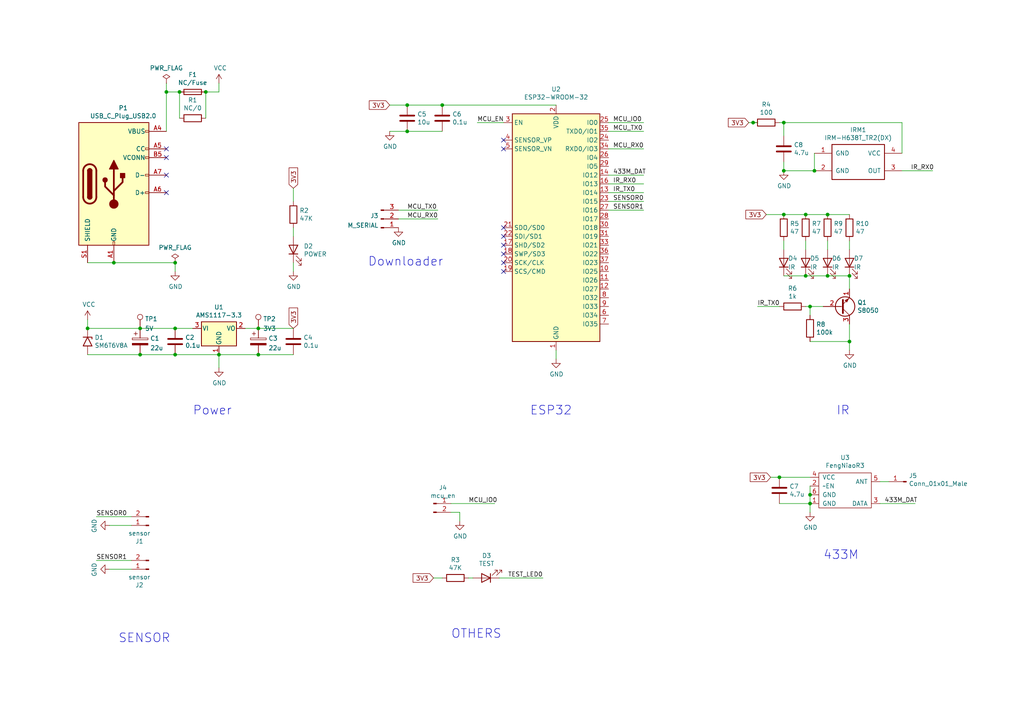
<source format=kicad_sch>
(kicad_sch (version 20210621) (generator eeschema)
  (paper "A4")
  (title_block (title "homeCenter") (date "2021-06-21") (rev "V0.2"))
  (lib_symbols
    (symbol "Connector:Conn_01x01_Male" (pin_names (offset 1.016) hide)
      (property "Reference" "J" (at 0 2.54 0))
      (property "Value" "Conn_01x01_Male" (at 0 -2.54 0))
      (symbol "Conn_01x01_Male_1_1"
        (rectangle (start 0.8636 0.127) (end 0 -0.127) (stroke (width 0.1524)) (fill (type outline)))
        (polyline (pts (xy 1.27 0) (xy 0.8636 0)) (stroke (width 0.1524)))
        (pin passive line (at 5.08 0 180) (length 3.81) (name "Pin_1") (number "1"))
      )
    )
    (symbol "Connector:Conn_01x02_Male" (pin_names (offset 1.016) hide)
      (property "Reference" "J" (at 0 2.54 0))
      (property "Value" "Conn_01x02_Male" (at 0 -5.08 0))
      (symbol "Conn_01x02_Male_1_1"
        (rectangle (start 0.8636 -2.413) (end 0 -2.667) (stroke (width 0.1524)) (fill (type outline)))
        (rectangle (start 0.8636 0.127) (end 0 -0.127) (stroke (width 0.1524)) (fill (type outline)))
        (polyline (pts (xy 1.27 -2.54) (xy 0.8636 -2.54)) (stroke (width 0.1524)))
        (polyline (pts (xy 1.27 0) (xy 0.8636 0)) (stroke (width 0.1524)))
        (pin passive line (at 5.08 0 180) (length 3.81) (name "Pin_1") (number "1"))
        (pin passive line (at 5.08 -2.54 180) (length 3.81) (name "Pin_2") (number "2"))
      )
    )
    (symbol "Connector:Conn_01x03_Male" (pin_names (offset 1.016) hide)
      (property "Reference" "J" (at 0 5.08 0))
      (property "Value" "Conn_01x03_Male" (at 0 -5.08 0))
      (symbol "Conn_01x03_Male_1_1"
        (rectangle (start 0.8636 -2.413) (end 0 -2.667) (stroke (width 0.1524)) (fill (type outline)))
        (rectangle (start 0.8636 0.127) (end 0 -0.127) (stroke (width 0.1524)) (fill (type outline)))
        (rectangle (start 0.8636 2.667) (end 0 2.413) (stroke (width 0.1524)) (fill (type outline)))
        (polyline (pts (xy 1.27 -2.54) (xy 0.8636 -2.54)) (stroke (width 0.1524)))
        (polyline (pts (xy 1.27 0) (xy 0.8636 0)) (stroke (width 0.1524)))
        (polyline (pts (xy 1.27 2.54) (xy 0.8636 2.54)) (stroke (width 0.1524)))
        (pin passive line (at 5.08 2.54 180) (length 3.81) (name "Pin_1") (number "1"))
        (pin passive line (at 5.08 0 180) (length 3.81) (name "Pin_2") (number "2"))
        (pin passive line (at 5.08 -2.54 180) (length 3.81) (name "Pin_3") (number "3"))
      )
    )
    (symbol "Connector:TestPoint" (pin_numbers hide) (pin_names (offset 0.762) hide)
      (property "Reference" "TP" (at 0 6.858 0))
      (property "Value" "TestPoint" (at 0 5.08 0))
      (symbol "TestPoint_0_1"
        (circle (center 0 3.302) (radius 0.762))
      )
      (symbol "TestPoint_1_1"
        (pin passive line (at 0 0 90) (length 2.54) (name "1") (number "1"))
      )
    )
    (symbol "Connector:USB_C_Plug_USB2.0" (pin_names (offset 1.016))
      (property "Reference" "P" (at -10.16 19.05 0))
      (property "Value" "USB_C_Plug_USB2.0" (at 12.7 19.05 0))
      (symbol "USB_C_Plug_USB2.0_0_0"
        (rectangle (start -0.254 -17.78) (end 0.254 -16.764))
        (rectangle (start 10.16 -2.286) (end 9.144 -2.794))
        (rectangle (start 10.16 2.794) (end 9.144 2.286))
        (rectangle (start 10.16 7.874) (end 9.144 7.366))
        (rectangle (start 10.16 10.414) (end 9.144 9.906))
        (rectangle (start 10.16 15.494) (end 9.144 14.986))
      )
      (symbol "USB_C_Plug_USB2.0_0_1"
        (arc (start -8.89 -3.81) (end -5.08 -3.81) (radius (at -6.985 -3.81) (length 1.905) (angles -179.9 -0.1)) (stroke (width 0.508)))
        (arc (start -7.62 -3.81) (end -6.35 -3.81) (radius (at -6.985 -3.81) (length 0.635) (angles -179.9 -0.1)) (stroke (width 0.254)))
        (arc (start -6.35 3.81) (end -7.62 3.81) (radius (at -6.985 3.81) (length 0.635) (angles 0.1 179.9)) (stroke (width 0.254)))
        (arc (start -5.08 3.81) (end -8.89 3.81) (radius (at -6.985 3.81) (length 1.905) (angles 0.1 179.9)) (stroke (width 0.508)))
        (arc (start -7.62 -3.81) (end -6.35 -3.81) (radius (at -6.985 -3.81) (length 0.635) (angles -179.9 -0.1)) (stroke (width 0.254)) (fill (type outline)))
        (arc (start -6.35 3.81) (end -7.62 3.81) (radius (at -6.985 3.81) (length 0.635) (angles 0.1 179.9)) (stroke (width 0.254)) (fill (type outline)))
        (circle (center -2.54 1.143) (radius 0.635) (stroke (width 0.254)) (fill (type outline)))
        (circle (center 0 -5.842) (radius 1.27) (fill (type outline)))
        (rectangle (start -7.62 -3.81) (end -6.35 3.81) (stroke (width 0.254)) (fill (type outline)))
        (rectangle (start 1.905 1.778) (end 3.175 3.048) (stroke (width 0.254)) (fill (type outline)))
        (rectangle (start -10.16 17.78) (end 10.16 -17.78) (stroke (width 0.254)) (fill (type background)))
        (polyline (pts (xy -8.89 -3.81) (xy -8.89 3.81)) (stroke (width 0.508)))
        (polyline (pts (xy -5.08 3.81) (xy -5.08 -3.81)) (stroke (width 0.508)))
        (polyline (pts (xy 0 -5.842) (xy 0 4.318)) (stroke (width 0.508)))
        (polyline (pts (xy 0 -3.302) (xy -2.54 -0.762) (xy -2.54 0.508)) (stroke (width 0.508)))
        (polyline (pts (xy 0 -2.032) (xy 2.54 0.508) (xy 2.54 1.778)) (stroke (width 0.508)))
        (polyline (pts (xy -1.27 4.318) (xy 0 6.858) (xy 1.27 4.318) (xy -1.27 4.318)) (stroke (width 0.254)) (fill (type outline)))
      )
      (symbol "USB_C_Plug_USB2.0_1_1"
        (pin passive line (at 0 -22.86 90) (length 5.08) (name "GND") (number "A1"))
        (pin passive line (at 0 -22.86 90) (length 5.08) hide (name "GND") (number "A12"))
        (pin passive line (at 15.24 15.24 180) (length 5.08) (name "VBUS") (number "A4"))
        (pin bidirectional line (at 15.24 10.16 180) (length 5.08) (name "CC") (number "A5"))
        (pin bidirectional line (at 15.24 -2.54 180) (length 5.08) (name "D+") (number "A6"))
        (pin bidirectional line (at 15.24 2.54 180) (length 5.08) (name "D-") (number "A7"))
        (pin passive line (at 15.24 15.24 180) (length 5.08) hide (name "VBUS") (number "A9"))
        (pin passive line (at 0 -22.86 90) (length 5.08) hide (name "GND") (number "B1"))
        (pin passive line (at 0 -22.86 90) (length 5.08) hide (name "GND") (number "B12"))
        (pin passive line (at 15.24 15.24 180) (length 5.08) hide (name "VBUS") (number "B4"))
        (pin bidirectional line (at 15.24 7.62 180) (length 5.08) (name "VCONN") (number "B5"))
        (pin passive line (at 15.24 15.24 180) (length 5.08) hide (name "VBUS") (number "B9"))
        (pin passive line (at -7.62 -22.86 90) (length 5.08) (name "SHIELD") (number "S1"))
      )
    )
    (symbol "Device:C" (pin_numbers hide) (pin_names (offset 0.254))
      (property "Reference" "C" (at 0.635 2.54 0))
      (property "Value" "C" (at 0.635 -2.54 0))
      (symbol "C_0_1"
        (polyline (pts (xy -2.032 -0.762) (xy 2.032 -0.762)) (stroke (width 0.508)))
        (polyline (pts (xy -2.032 0.762) (xy 2.032 0.762)) (stroke (width 0.508)))
      )
      (symbol "C_1_1"
        (pin passive line (at 0 3.81 270) (length 2.794) (name "~") (number "1"))
        (pin passive line (at 0 -3.81 90) (length 2.794) (name "~") (number "2"))
      )
    )
    (symbol "Device:C_Polarized" (pin_numbers hide) (pin_names (offset 0.254))
      (property "Reference" "C" (at 0.635 2.54 0))
      (property "Value" "C_Polarized" (at 0.635 -2.54 0))
      (symbol "C_Polarized_0_1"
        (rectangle (start -2.286 0.508) (end 2.286 1.016))
        (rectangle (start 2.286 -0.508) (end -2.286 -1.016) (fill (type outline)))
        (polyline (pts (xy -1.778 2.286) (xy -0.762 2.286)))
        (polyline (pts (xy -1.27 2.794) (xy -1.27 1.778)))
      )
      (symbol "C_Polarized_1_1"
        (pin passive line (at 0 3.81 270) (length 2.794) (name "~") (number "1"))
        (pin passive line (at 0 -3.81 90) (length 2.794) (name "~") (number "2"))
      )
    )
    (symbol "Device:Fuse" (pin_numbers hide) (pin_names (offset 0))
      (property "Reference" "F" (at 2.032 0 90))
      (property "Value" "Fuse" (at -1.905 0 90))
      (symbol "Fuse_0_1"
        (rectangle (start -0.762 -2.54) (end 0.762 2.54) (stroke (width 0.254)))
        (polyline (pts (xy 0 2.54) (xy 0 -2.54)))
      )
      (symbol "Fuse_1_1"
        (pin passive line (at 0 3.81 270) (length 1.27) (name "~") (number "1"))
        (pin passive line (at 0 -3.81 90) (length 1.27) (name "~") (number "2"))
      )
    )
    (symbol "Device:LED" (pin_numbers hide) (pin_names (offset 1.016) hide)
      (property "Reference" "D" (at 0 2.54 0))
      (property "Value" "LED" (at 0 -2.54 0))
      (symbol "LED_0_1"
        (polyline (pts (xy -1.27 -1.27) (xy -1.27 1.27)) (stroke (width 0.254)))
        (polyline (pts (xy -1.27 0) (xy 1.27 0)))
        (polyline (pts (xy 1.27 -1.27) (xy 1.27 1.27) (xy -1.27 0) (xy 1.27 -1.27)) (stroke (width 0.254)))
        (polyline (pts (xy -3.048 -0.762) (xy -4.572 -2.286) (xy -3.81 -2.286) (xy -4.572 -2.286) (xy -4.572 -1.524)))
        (polyline (pts (xy -1.778 -0.762) (xy -3.302 -2.286) (xy -2.54 -2.286) (xy -3.302 -2.286) (xy -3.302 -1.524)))
      )
      (symbol "LED_1_1"
        (pin passive line (at -3.81 0 0) (length 2.54) (name "K") (number "1"))
        (pin passive line (at 3.81 0 180) (length 2.54) (name "A") (number "2"))
      )
    )
    (symbol "Device:R" (pin_numbers hide) (pin_names (offset 0))
      (property "Reference" "R" (at 2.032 0 90))
      (property "Value" "R" (at 0 0 90))
      (symbol "R_0_1"
        (rectangle (start -1.016 -2.54) (end 1.016 2.54) (stroke (width 0.254)))
      )
      (symbol "R_1_1"
        (pin passive line (at 0 3.81 270) (length 1.27) (name "~") (number "1"))
        (pin passive line (at 0 -3.81 90) (length 1.27) (name "~") (number "2"))
      )
    )
    (symbol "Diode:SM6T6V8A" (pin_numbers hide) (pin_names (offset 1.016) hide)
      (property "Reference" "D" (at 0 2.54 0))
      (property "Value" "SM6T6V8A" (at 0 -2.54 0))
      (symbol "SM6T6V8A_0_1"
        (polyline (pts (xy -0.762 1.27) (xy -1.27 1.27) (xy -1.27 -1.27)) (stroke (width 0.254)))
        (polyline (pts (xy 1.27 1.27) (xy 1.27 -1.27) (xy -1.27 0) (xy 1.27 1.27)) (stroke (width 0.254)))
      )
      (symbol "SM6T6V8A_1_1"
        (pin passive line (at -3.81 0 0) (length 2.54) (name "A1") (number "1"))
        (pin passive line (at 3.81 0 180) (length 2.54) (name "A2") (number "2"))
      )
    )
    (symbol "LED:IR26-21C_L110_TR8" (pin_numbers hide) (pin_names (offset 1.016) hide)
      (property "Reference" "D" (at 0 2.54 0))
      (property "Value" "IR26-21C_L110_TR8" (at 0 -3.81 0))
      (symbol "IR26-21C_L110_TR8_0_1"
        (polyline (pts (xy -1.27 -1.27) (xy -1.27 1.27)) (stroke (width 0.254)))
        (polyline (pts (xy -1.27 0) (xy 1.27 0)))
        (polyline (pts (xy 1.27 -1.27) (xy 1.27 1.27) (xy -1.27 0) (xy 1.27 -1.27)) (stroke (width 0.254)))
        (polyline (pts (xy -3.048 -0.762) (xy -4.572 -2.286) (xy -3.81 -2.286) (xy -4.572 -2.286) (xy -4.572 -1.524)))
        (polyline (pts (xy -1.778 -0.762) (xy -3.302 -2.286) (xy -2.54 -2.286) (xy -3.302 -2.286) (xy -3.302 -1.524)))
      )
      (symbol "IR26-21C_L110_TR8_1_1"
        (pin passive line (at -3.81 0 0) (length 2.54) (name "K") (number "1"))
        (pin passive line (at 3.81 0 180) (length 2.54) (name "A") (number "2"))
      )
    )
    (symbol "RF_Module:ESP32-WROOM-32"
      (property "Reference" "U" (at -12.7 34.29 0))
      (property "Value" "ESP32-WROOM-32" (at 1.27 34.29 0))
      (symbol "ESP32-WROOM-32_0_1"
        (rectangle (start -12.7 33.02) (end 12.7 -33.02) (stroke (width 0.254)) (fill (type background)))
      )
      (symbol "ESP32-WROOM-32_1_1"
        (pin power_in line (at 0 -35.56 90) (length 2.54) (name "GND") (number "1"))
        (pin bidirectional line (at 15.24 -12.7 180) (length 2.54) (name "IO25") (number "10"))
        (pin bidirectional line (at 15.24 -15.24 180) (length 2.54) (name "IO26") (number "11"))
        (pin bidirectional line (at 15.24 -17.78 180) (length 2.54) (name "IO27") (number "12"))
        (pin bidirectional line (at 15.24 10.16 180) (length 2.54) (name "IO14") (number "13"))
        (pin bidirectional line (at 15.24 15.24 180) (length 2.54) (name "IO12") (number "14"))
        (pin passive line (at 0 -35.56 90) (length 2.54) hide (name "GND") (number "15"))
        (pin bidirectional line (at 15.24 12.7 180) (length 2.54) (name "IO13") (number "16"))
        (pin bidirectional line (at -15.24 -5.08 0) (length 2.54) (name "SHD/SD2") (number "17"))
        (pin bidirectional line (at -15.24 -7.62 0) (length 2.54) (name "SWP/SD3") (number "18"))
        (pin bidirectional line (at -15.24 -12.7 0) (length 2.54) (name "SCS/CMD") (number "19"))
        (pin power_in line (at 0 35.56 270) (length 2.54) (name "VDD") (number "2"))
        (pin bidirectional line (at -15.24 -10.16 0) (length 2.54) (name "SCK/CLK") (number "20"))
        (pin bidirectional line (at -15.24 0 0) (length 2.54) (name "SDO/SD0") (number "21"))
        (pin bidirectional line (at -15.24 -2.54 0) (length 2.54) (name "SDI/SD1") (number "22"))
        (pin bidirectional line (at 15.24 7.62 180) (length 2.54) (name "IO15") (number "23"))
        (pin bidirectional line (at 15.24 25.4 180) (length 2.54) (name "IO2") (number "24"))
        (pin bidirectional line (at 15.24 30.48 180) (length 2.54) (name "IO0") (number "25"))
        (pin bidirectional line (at 15.24 20.32 180) (length 2.54) (name "IO4") (number "26"))
        (pin bidirectional line (at 15.24 5.08 180) (length 2.54) (name "IO16") (number "27"))
        (pin bidirectional line (at 15.24 2.54 180) (length 2.54) (name "IO17") (number "28"))
        (pin bidirectional line (at 15.24 17.78 180) (length 2.54) (name "IO5") (number "29"))
        (pin input line (at -15.24 30.48 0) (length 2.54) (name "EN") (number "3"))
        (pin bidirectional line (at 15.24 0 180) (length 2.54) (name "IO18") (number "30"))
        (pin bidirectional line (at 15.24 -2.54 180) (length 2.54) (name "IO19") (number "31"))
        (pin no_connect line (at -12.7 -27.94 0) (length 2.54) hide (name "NC") (number "32"))
        (pin bidirectional line (at 15.24 -5.08 180) (length 2.54) (name "IO21") (number "33"))
        (pin bidirectional line (at 15.24 22.86 180) (length 2.54) (name "RXD0/IO3") (number "34"))
        (pin bidirectional line (at 15.24 27.94 180) (length 2.54) (name "TXD0/IO1") (number "35"))
        (pin bidirectional line (at 15.24 -7.62 180) (length 2.54) (name "IO22") (number "36"))
        (pin bidirectional line (at 15.24 -10.16 180) (length 2.54) (name "IO23") (number "37"))
        (pin passive line (at 0 -35.56 90) (length 2.54) hide (name "GND") (number "38"))
        (pin passive line (at 0 -35.56 90) (length 2.54) hide (name "GND") (number "39"))
        (pin input line (at -15.24 25.4 0) (length 2.54) (name "SENSOR_VP") (number "4"))
        (pin input line (at -15.24 22.86 0) (length 2.54) (name "SENSOR_VN") (number "5"))
        (pin input line (at 15.24 -25.4 180) (length 2.54) (name "IO34") (number "6"))
        (pin input line (at 15.24 -27.94 180) (length 2.54) (name "IO35") (number "7"))
        (pin bidirectional line (at 15.24 -20.32 180) (length 2.54) (name "IO32") (number "8"))
        (pin bidirectional line (at 15.24 -22.86 180) (length 2.54) (name "IO33") (number "9"))
      )
    )
    (symbol "Regulator_Linear:AMS1117-3.3" (pin_names (offset 0.254))
      (property "Reference" "U" (at -3.81 3.175 0))
      (property "Value" "AMS1117-3.3" (at 0 3.175 0))
      (symbol "AMS1117-3.3_0_1"
        (rectangle (start -5.08 -5.08) (end 5.08 1.905) (stroke (width 0.254)) (fill (type background)))
      )
      (symbol "AMS1117-3.3_1_1"
        (pin power_in line (at 0 -7.62 90) (length 2.54) (name "GND") (number "1"))
        (pin power_out line (at 7.62 0 180) (length 2.54) (name "VO") (number "2"))
        (pin power_in line (at -7.62 0 0) (length 2.54) (name "VI") (number "3"))
      )
    )
    (symbol "Transistor_BJT:S8050" (pin_names (offset 0) hide)
      (property "Reference" "Q" (at 5.08 1.905 0))
      (property "Value" "S8050" (at 5.08 0 0))
      (symbol "S8050_0_1"
        (circle (center 1.27 0) (radius 2.8194) (stroke (width 0.254)))
        (polyline (pts (xy 0 0) (xy 0.635 0)))
        (polyline (pts (xy 0.635 0.635) (xy 2.54 2.54)))
        (polyline (pts (xy 0.635 -0.635) (xy 2.54 -2.54) (xy 2.54 -2.54)))
        (polyline (pts (xy 0.635 1.905) (xy 0.635 -1.905) (xy 0.635 -1.905)) (stroke (width 0.508)))
        (polyline (pts (xy 1.27 -1.778) (xy 1.778 -1.27) (xy 2.286 -2.286) (xy 1.27 -1.778) (xy 1.27 -1.778)) (fill (type outline)))
      )
      (symbol "S8050_1_1"
        (pin passive line (at 2.54 -5.08 90) (length 2.54) (name "E") (number "1"))
        (pin input line (at -5.08 0 0) (length 5.08) (name "B") (number "2"))
        (pin passive line (at 2.54 5.08 270) (length 2.54) (name "C") (number "3"))
      )
    )
    (symbol "homeCenter-rescue:IRM-H638T_TR2(DX)-kay" (pin_names (offset 1.016))
      (property "Reference" "IRM" (at 0 0 0))
      (property "Value" "IRM-H638T_TR2(DX)-kay" (at 0 -6.35 0))
      (symbol "IRM-H638T_TR2(DX)-kay_0_0"
        (rectangle (start -7.62 5.08) (end 7.62 -5.08) (stroke (width 0.254)))
      )
      (symbol "IRM-H638T_TR2(DX)-kay_1_0"
        (pin power_in line (at -12.7 2.54 0) (length 5.08) (name "GND") (number "1"))
        (pin power_in line (at -12.7 -2.54 0) (length 5.08) (name "GND") (number "2"))
        (pin output line (at 12.7 -2.54 180) (length 5.08) (name "OUT") (number "3"))
        (pin power_out line (at 12.7 2.54 180) (length 5.08) (name "VCC") (number "4"))
      )
    )
    (symbol "kay:FengNiaoR3" (pin_names (offset 1.016))
      (property "Reference" "U" (at 0 5.08 0))
      (property "Value" "FengNiaoR3" (at 0 -7.62 0))
      (symbol "FengNiaoR3_0_1"
        (rectangle (start -7.62 3.81) (end 7.62 -6.35))
      )
      (symbol "FengNiaoR3_1_1"
        (pin power_in line (at -10.16 -5.08 0) (length 2.54) (name "GND") (number "1"))
        (pin input line (at -10.16 0 0) (length 2.54) (name "~EN") (number "2"))
        (pin output line (at 10.16 -5.08 180) (length 2.54) (name "DATA") (number "3"))
        (pin power_in line (at -10.16 2.54 0) (length 2.54) (name "VCC") (number "4"))
        (pin output line (at 10.16 1.27 180) (length 2.54) (name "ANT") (number "5"))
        (pin power_in line (at -10.16 -2.54 0) (length 2.54) (name "GND") (number "6"))
      )
    )
    (symbol "power:GND" (power) (pin_names (offset 0))
      (property "Value" "GND" (at 0 -3.81 0))
      (symbol "GND_0_1"
        (polyline (pts (xy 0 0) (xy 0 -1.27) (xy 1.27 -1.27) (xy 0 -2.54) (xy -1.27 -1.27) (xy 0 -1.27)))
      )
      (symbol "GND_1_1"
        (pin power_in line (at 0 0 270) (length 0) hide (name "GND") (number "1"))
      )
    )
    (symbol "power:PWR_FLAG" (power) (pin_numbers hide) (pin_names (offset 0) hide)
      (property "Value" "PWR_FLAG" (at 0 3.81 0))
      (symbol "PWR_FLAG_0_0"
        (pin power_out line (at 0 0 90) (length 0) (name "pwr") (number "1"))
      )
      (symbol "PWR_FLAG_0_1"
        (polyline (pts (xy 0 0) (xy 0 1.27) (xy -1.016 1.905) (xy 0 2.54) (xy 1.016 1.905) (xy 0 1.27)))
      )
    )
    (symbol "power:VCC" (power) (pin_names (offset 0))
      (property "Value" "VCC" (at 0 3.81 0))
      (symbol "VCC_0_1"
        (polyline (pts (xy -0.762 1.27) (xy 0 2.54)))
        (polyline (pts (xy 0 0) (xy 0 2.54)))
        (polyline (pts (xy 0 2.54) (xy 0.762 1.27)))
      )
      (symbol "VCC_1_1"
        (pin power_in line (at 0 0 90) (length 0) hide (name "VCC") (number "1"))
      )
    )
  )
  (junction (at 25.4 95.25) (diameter 0.9144))
  (junction (at 33.02 76.2) (diameter 0.9144))
  (junction (at 40.64 95.25) (diameter 0.9144))
  (junction (at 40.64 102.87) (diameter 0.9144))
  (junction (at 48.26 26.67) (diameter 0.9144))
  (junction (at 50.8 76.2) (diameter 0.9144))
  (junction (at 50.8 95.25) (diameter 0.9144))
  (junction (at 50.8 102.87) (diameter 0.9144))
  (junction (at 52.07 26.67) (diameter 0.9144))
  (junction (at 59.69 26.67) (diameter 0.9144))
  (junction (at 63.5 102.87) (diameter 0.9144))
  (junction (at 74.93 95.25) (diameter 0.9144))
  (junction (at 74.93 102.87) (diameter 0.9144))
  (junction (at 118.11 30.48) (diameter 0.9144))
  (junction (at 118.11 38.1) (diameter 0.9144))
  (junction (at 128.27 30.48) (diameter 0.9144))
  (junction (at 218.44 35.56) (diameter 0.9144))
  (junction (at 226.06 138.43) (diameter 0.9144))
  (junction (at 227.33 35.56) (diameter 0.9144))
  (junction (at 227.33 49.53) (diameter 0.9144))
  (junction (at 227.33 62.23) (diameter 0.9144))
  (junction (at 233.68 62.23) (diameter 0.9144))
  (junction (at 233.68 80.01) (diameter 0.9144))
  (junction (at 234.95 88.9) (diameter 0.9144))
  (junction (at 234.95 143.51) (diameter 0.9144))
  (junction (at 234.95 146.05) (diameter 0.9144))
  (junction (at 236.22 49.53) (diameter 0.9144))
  (junction (at 240.03 62.23) (diameter 0.9144))
  (junction (at 240.03 80.01) (diameter 0.9144))
  (junction (at 246.38 80.01) (diameter 0.9144))
  (junction (at 246.38 99.06) (diameter 0.9144))
  (no_connect (at 48.26 43.18))
  (no_connect (at 48.26 45.72))
  (no_connect (at 48.26 50.8))
  (no_connect (at 48.26 55.88))
  (no_connect (at 146.05 40.64))
  (no_connect (at 146.05 43.18))
  (no_connect (at 146.05 66.04))
  (no_connect (at 146.05 68.58))
  (no_connect (at 146.05 71.12))
  (no_connect (at 146.05 73.66))
  (no_connect (at 146.05 76.2))
  (no_connect (at 146.05 78.74))
  (wire (pts (xy 25.4 76.2) (xy 33.02 76.2)))
  (wire (pts (xy 25.4 92.71) (xy 25.4 95.25)))
  (wire (pts (xy 25.4 95.25) (xy 40.64 95.25)))
  (wire (pts (xy 25.4 102.87) (xy 40.64 102.87)))
  (wire (pts (xy 31.75 152.4) (xy 38.1 152.4)))
  (wire (pts (xy 31.75 165.1) (xy 38.1 165.1)))
  (wire (pts (xy 33.02 76.2) (xy 50.8 76.2)))
  (wire (pts (xy 38.1 149.86) (xy 27.94 149.86)))
  (wire (pts (xy 38.1 162.56) (xy 27.94 162.56)))
  (wire (pts (xy 40.64 95.25) (xy 50.8 95.25)))
  (wire (pts (xy 40.64 102.87) (xy 50.8 102.87)))
  (wire (pts (xy 48.26 24.13) (xy 48.26 26.67)))
  (wire (pts (xy 48.26 26.67) (xy 48.26 38.1)))
  (wire (pts (xy 48.26 26.67) (xy 52.07 26.67)))
  (wire (pts (xy 50.8 76.2) (xy 50.8 78.74)))
  (wire (pts (xy 50.8 95.25) (xy 55.88 95.25)))
  (wire (pts (xy 50.8 102.87) (xy 63.5 102.87)))
  (wire (pts (xy 52.07 26.67) (xy 52.07 34.29)))
  (wire (pts (xy 59.69 26.67) (xy 63.5 26.67)))
  (wire (pts (xy 59.69 34.29) (xy 59.69 26.67)))
  (wire (pts (xy 63.5 24.13) (xy 63.5 26.67)))
  (wire (pts (xy 63.5 102.87) (xy 63.5 106.68)))
  (wire (pts (xy 63.5 102.87) (xy 74.93 102.87)))
  (wire (pts (xy 71.12 95.25) (xy 74.93 95.25)))
  (wire (pts (xy 74.93 95.25) (xy 85.09 95.25)))
  (wire (pts (xy 74.93 102.87) (xy 85.09 102.87)))
  (wire (pts (xy 85.09 54.61) (xy 85.09 58.42)))
  (wire (pts (xy 85.09 66.04) (xy 85.09 68.58)))
  (wire (pts (xy 85.09 76.2) (xy 85.09 78.74)))
  (wire (pts (xy 113.03 30.48) (xy 118.11 30.48)))
  (wire (pts (xy 113.03 38.1) (xy 118.11 38.1)))
  (wire (pts (xy 115.57 60.96) (xy 127 60.96)))
  (wire (pts (xy 115.57 63.5) (xy 127 63.5)))
  (wire (pts (xy 118.11 30.48) (xy 128.27 30.48)))
  (wire (pts (xy 118.11 38.1) (xy 128.27 38.1)))
  (wire (pts (xy 125.73 167.64) (xy 128.27 167.64)))
  (wire (pts (xy 128.27 30.48) (xy 161.29 30.48)))
  (wire (pts (xy 130.81 146.05) (xy 143.51 146.05)))
  (wire (pts (xy 130.81 148.59) (xy 133.35 148.59)))
  (wire (pts (xy 133.35 148.59) (xy 133.35 151.13)))
  (wire (pts (xy 135.89 167.64) (xy 137.16 167.64)))
  (wire (pts (xy 144.78 167.64) (xy 157.48 167.64)))
  (wire (pts (xy 146.05 35.56) (xy 138.43 35.56)))
  (wire (pts (xy 161.29 101.6) (xy 161.29 104.14)))
  (wire (pts (xy 176.53 35.56) (xy 186.69 35.56)))
  (wire (pts (xy 176.53 38.1) (xy 186.69 38.1)))
  (wire (pts (xy 176.53 43.18) (xy 186.69 43.18)))
  (wire (pts (xy 176.53 50.8) (xy 186.69 50.8)))
  (wire (pts (xy 176.53 53.34) (xy 186.69 53.34)))
  (wire (pts (xy 176.53 55.88) (xy 186.69 55.88)))
  (wire (pts (xy 176.53 58.42) (xy 186.69 58.42)))
  (wire (pts (xy 176.53 60.96) (xy 186.69 60.96)))
  (wire (pts (xy 217.17 35.56) (xy 218.44 35.56)))
  (wire (pts (xy 218.44 35.56) (xy 219.71 35.56)))
  (wire (pts (xy 222.25 62.23) (xy 227.33 62.23)))
  (wire (pts (xy 223.52 138.43) (xy 226.06 138.43)))
  (wire (pts (xy 226.06 35.56) (xy 227.33 35.56)))
  (wire (pts (xy 226.06 88.9) (xy 219.71 88.9)))
  (wire (pts (xy 226.06 138.43) (xy 234.95 138.43)))
  (wire (pts (xy 226.06 146.05) (xy 234.95 146.05)))
  (wire (pts (xy 227.33 35.56) (xy 227.33 39.37)))
  (wire (pts (xy 227.33 35.56) (xy 261.62 35.56)))
  (wire (pts (xy 227.33 46.99) (xy 227.33 49.53)))
  (wire (pts (xy 227.33 62.23) (xy 233.68 62.23)))
  (wire (pts (xy 227.33 69.85) (xy 227.33 72.39)))
  (wire (pts (xy 227.33 80.01) (xy 233.68 80.01)))
  (wire (pts (xy 233.68 62.23) (xy 240.03 62.23)))
  (wire (pts (xy 233.68 69.85) (xy 233.68 72.39)))
  (wire (pts (xy 233.68 80.01) (xy 240.03 80.01)))
  (wire (pts (xy 233.68 88.9) (xy 234.95 88.9)))
  (wire (pts (xy 234.95 88.9) (xy 234.95 91.44)))
  (wire (pts (xy 234.95 88.9) (xy 238.76 88.9)))
  (wire (pts (xy 234.95 99.06) (xy 246.38 99.06)))
  (wire (pts (xy 234.95 140.97) (xy 234.95 143.51)))
  (wire (pts (xy 234.95 143.51) (xy 234.95 146.05)))
  (wire (pts (xy 234.95 146.05) (xy 234.95 148.59)))
  (wire (pts (xy 236.22 44.45) (xy 236.22 49.53)))
  (wire (pts (xy 236.22 49.53) (xy 227.33 49.53)))
  (wire (pts (xy 240.03 62.23) (xy 246.38 62.23)))
  (wire (pts (xy 240.03 69.85) (xy 240.03 72.39)))
  (wire (pts (xy 240.03 80.01) (xy 246.38 80.01)))
  (wire (pts (xy 246.38 69.85) (xy 246.38 72.39)))
  (wire (pts (xy 246.38 80.01) (xy 246.38 83.82)))
  (wire (pts (xy 246.38 93.98) (xy 246.38 99.06)))
  (wire (pts (xy 246.38 99.06) (xy 246.38 101.6)))
  (wire (pts (xy 255.27 139.7) (xy 257.81 139.7)))
  (wire (pts (xy 255.27 146.05) (xy 265.43 146.05)))
  (wire (pts (xy 261.62 35.56) (xy 261.62 44.45)))
  (wire (pts (xy 261.62 49.53) (xy 270.51 49.53)))
  (text "SENSOR" (at 34.29 186.69 0) (effects (font (size 2.54 2.54)) (justify left bottom)))
  (text "Power" (at 55.88 120.65 0) (effects (font (size 2.54 2.54)) (justify left bottom)))
  (text "Downloader\n" (at 106.68 77.47 0) (effects (font (size 2.54 2.54)) (justify left bottom)))
  (text "OTHERS\n" (at 130.81 185.42 0) (effects (font (size 2.54 2.54)) (justify left bottom)))
  (text "ESP32" (at 153.67 120.65 0) (effects (font (size 2.54 2.54)) (justify left bottom)))
  (text "433M" (at 238.76 162.56 0) (effects (font (size 2.54 2.54)) (justify left bottom)))
  (text "IR\n" (at 242.57 120.65 0) (effects (font (size 2.54 2.54)) (justify left bottom)))
  (label "SENSOR0" (at 27.94 149.86 0))
  (label "SENSOR1" (at 27.94 162.56 0))
  (label "MCU_TX0" (at 118.11 60.96 0))
  (label "MCU_RX0" (at 118.11 63.5 0))
  (label "MCU_IO0" (at 135.89 146.05 0))
  (label "MCU_EN" (at 138.43 35.56 0))
  (label "TEST_LED0" (at 147.32 167.64 0))
  (label "MCU_IO0" (at 177.8 35.56 0))
  (label "MCU_TX0" (at 177.8 38.1 0))
  (label "MCU_RX0" (at 177.8 43.18 0))
  (label "433M_DAT" (at 177.8 50.8 0))
  (label "IR_RX0" (at 177.8 53.34 0))
  (label "IR_TX0" (at 177.8 55.88 0))
  (label "SENSOR0" (at 177.8 58.42 0))
  (label "SENSOR1" (at 177.8 60.96 0))
  (label "IR_TX0" (at 219.71 88.9 0))
  (label "433M_DAT" (at 256.54 146.05 0))
  (label "IR_RX0" (at 264.16 49.53 0))
  (global_label "3V3" (shape input) (at 85.09 54.61 90) (property "Intersheet References" "${INTERSHEET_REFS}" (effects hide)))
  (global_label "3V3" (shape input) (at 85.09 95.25 90) (property "Intersheet References" "${INTERSHEET_REFS}" (effects hide)))
  (global_label "3V3" (shape input) (at 113.03 30.48 180) (property "Intersheet References" "${INTERSHEET_REFS}" (effects hide)))
  (global_label "3V3" (shape input) (at 125.73 167.64 180) (property "Intersheet References" "${INTERSHEET_REFS}" (effects hide)))
  (global_label "3V3" (shape input) (at 217.17 35.56 180) (property "Intersheet References" "${INTERSHEET_REFS}" (effects hide)))
  (global_label "3V3" (shape input) (at 222.25 62.23 180) (property "Intersheet References" "${INTERSHEET_REFS}" (effects hide)))
  (global_label "3V3" (shape input) (at 223.52 138.43 180) (property "Intersheet References" "${INTERSHEET_REFS}" (effects hide)))
  (symbol (lib_id "Connector:Conn_01x01_Male") (at 262.89 139.7 180) (unit 1)
    (property "Reference" "J5" (at 263.6012 137.9728 0) (effects (justify right)))
    (property "Value" "Conn_01x01_Male" (at 263.6012 140.2842 0) (effects (justify right)))
    (property "Footprint" "kay:433M_ANT" (effects hide))
  )
  (symbol (lib_id "power:VCC") (at 25.4 92.71 0) (unit 1)
    (property "Reference" "#PWR01" (effects hide))
    (property "Value" "VCC" (at 25.781 88.3158 0))
  )
  (symbol (lib_id "power:VCC") (at 63.5 24.13 0) (unit 1)
    (property "Reference" "#PWR05" (effects hide))
    (property "Value" "VCC" (at 63.881 19.7358 0))
  )
  (symbol (lib_id "power:PWR_FLAG") (at 48.26 24.13 0) (unit 1)
    (property "Reference" "#FLG01" (effects hide))
    (property "Value" "PWR_FLAG" (at 48.26 19.7358 0))
  )
  (symbol (lib_id "power:PWR_FLAG") (at 50.8 76.2 0) (unit 1)
    (property "Reference" "#FLG02" (effects hide))
    (property "Value" "PWR_FLAG" (at 50.8 71.8058 0))
  )
  (symbol (lib_id "Connector:TestPoint") (at 40.64 95.25 0) (unit 1)
    (property "Reference" "TP1" (at 42.0371 92.5 0) (effects (justify left)))
    (property "Value" "5V" (at 42.0371 95.2751 0) (effects (justify left)))
    (property "Footprint" "TestPoint:TestPoint_Pad_D1.0mm" (effects hide))
  )
  (symbol (lib_id "Connector:TestPoint") (at 74.93 95.25 0) (unit 1)
    (property "Reference" "TP2" (at 76.3271 92.5 0) (effects (justify left)))
    (property "Value" "3V3" (at 76.3271 95.2751 0) (effects (justify left)))
    (property "Footprint" "TestPoint:TestPoint_Pad_D1.0mm" (effects hide))
  )
  (symbol (lib_id "power:GND") (at 31.75 152.4 270) (unit 1)
    (property "Reference" "#PWR02" (effects hide))
    (property "Value" "GND" (at 27.3558 152.527 0))
  )
  (symbol (lib_id "power:GND") (at 31.75 165.1 270) (unit 1)
    (property "Reference" "#PWR03" (effects hide))
    (property "Value" "GND" (at 27.3558 165.227 0))
  )
  (symbol (lib_id "power:GND") (at 50.8 78.74 0) (unit 1)
    (property "Reference" "#PWR04" (effects hide))
    (property "Value" "GND" (at 50.927 83.1342 0))
  )
  (symbol (lib_id "power:GND") (at 63.5 106.68 0) (unit 1)
    (property "Reference" "#PWR06" (effects hide))
    (property "Value" "GND" (at 63.627 111.0742 0))
  )
  (symbol (lib_id "power:GND") (at 85.09 78.74 0) (unit 1)
    (property "Reference" "#PWR07" (effects hide))
    (property "Value" "GND" (at 85.217 83.1342 0))
  )
  (symbol (lib_id "power:GND") (at 113.03 38.1 0) (unit 1)
    (property "Reference" "#PWR08" (effects hide))
    (property "Value" "GND" (at 113.157 42.4942 0))
  )
  (symbol (lib_id "power:GND") (at 115.57 66.04 0) (unit 1)
    (property "Reference" "#PWR09" (effects hide))
    (property "Value" "GND" (at 115.697 70.4342 0))
  )
  (symbol (lib_id "power:GND") (at 133.35 151.13 0) (unit 1)
    (property "Reference" "#PWR010" (effects hide))
    (property "Value" "GND" (at 133.477 155.5242 0))
  )
  (symbol (lib_id "power:GND") (at 161.29 104.14 0) (unit 1)
    (property "Reference" "#PWR011" (effects hide))
    (property "Value" "GND" (at 161.417 108.5342 0))
  )
  (symbol (lib_id "power:GND") (at 227.33 49.53 0) (unit 1)
    (property "Reference" "#PWR012" (effects hide))
    (property "Value" "GND" (at 227.457 53.9242 0))
  )
  (symbol (lib_id "power:GND") (at 234.95 148.59 0) (unit 1)
    (property "Reference" "#PWR013" (effects hide))
    (property "Value" "GND" (at 235.077 152.9842 0))
  )
  (symbol (lib_id "power:GND") (at 246.38 101.6 0) (unit 1)
    (property "Reference" "#PWR014" (effects hide))
    (property "Value" "GND" (at 246.507 105.9942 0))
  )
  (symbol (lib_id "Device:Fuse") (at 55.88 26.67 270) (unit 1)
    (property "Reference" "F1" (at 55.88 21.6662 90))
    (property "Value" "NC/Fuse" (at 55.88 23.9776 90))
    (property "Footprint" "Fuse:Fuse_1210_3225Metric" (effects hide))
  )
  (symbol (lib_id "Connector:Conn_01x02_Male") (at 43.18 152.4 180) (unit 1)
    (property "Reference" "J1" (at 40.4368 156.9974 0))
    (property "Value" "sensor" (at 40.4368 154.686 0))
    (property "Footprint" "kay:SH1.0MM-SMD" (effects hide))
  )
  (symbol (lib_id "Connector:Conn_01x02_Male") (at 43.18 165.1 180) (unit 1)
    (property "Reference" "J2" (at 40.4368 169.6974 0))
    (property "Value" "sensor" (at 40.4368 167.386 0))
    (property "Footprint" "kay:SH1.0MM-SMD" (effects hide))
  )
  (symbol (lib_id "Connector:Conn_01x02_Male") (at 125.73 146.05 0) (unit 1)
    (property "Reference" "J4" (at 128.4732 141.4526 0))
    (property "Value" "mcu_en" (at 128.4732 143.764 0))
    (property "Footprint" "Capacitor_SMD:C_0504_1310Metric_Pad0.83x1.28mm_HandSolder" (effects hide))
  )
  (symbol (lib_id "Device:R") (at 55.88 34.29 270) (unit 1)
    (property "Reference" "R1" (at 55.88 29.0322 90))
    (property "Value" "NC/0" (at 55.88 31.3436 90))
    (property "Footprint" "Resistor_SMD:R_0603_1608Metric" (effects hide))
  )
  (symbol (lib_id "Device:R") (at 85.09 62.23 0) (unit 1)
    (property "Reference" "R2" (at 86.868 61.0616 0) (effects (justify left)))
    (property "Value" "47K" (at 86.868 63.373 0) (effects (justify left)))
    (property "Footprint" "Resistor_SMD:R_0603_1608Metric" (effects hide))
  )
  (symbol (lib_id "Device:R") (at 132.08 167.64 270) (unit 1)
    (property "Reference" "R3" (at 132.08 162.3822 90))
    (property "Value" "47K" (at 132.08 164.6936 90))
    (property "Footprint" "Resistor_SMD:R_0603_1608Metric" (effects hide))
  )
  (symbol (lib_id "Device:R") (at 222.25 35.56 270) (unit 1)
    (property "Reference" "R4" (at 222.25 30.3022 90))
    (property "Value" "100" (at 222.25 32.6136 90))
    (property "Footprint" "Resistor_SMD:R_0603_1608Metric" (effects hide))
  )
  (symbol (lib_id "Device:R") (at 227.33 66.04 180) (unit 1)
    (property "Reference" "R5" (at 229.108 64.8716 0) (effects (justify right)))
    (property "Value" "47" (at 229.108 67.183 0) (effects (justify right)))
    (property "Footprint" "Resistor_SMD:R_0603_1608Metric" (effects hide))
  )
  (symbol (lib_id "Device:R") (at 229.87 88.9 90) (unit 1)
    (property "Reference" "R6" (at 229.87 83.6422 90))
    (property "Value" "1k" (at 229.87 85.9536 90))
    (property "Footprint" "Resistor_SMD:R_0603_1608Metric" (effects hide))
  )
  (symbol (lib_id "Device:R") (at 233.68 66.04 180) (unit 1)
    (property "Reference" "R7" (at 235.458 64.8716 0) (effects (justify right)))
    (property "Value" "47" (at 235.458 67.183 0) (effects (justify right)))
    (property "Footprint" "Resistor_SMD:R_0603_1608Metric" (effects hide))
  )
  (symbol (lib_id "Device:R") (at 234.95 95.25 180) (unit 1)
    (property "Reference" "R8" (at 236.728 94.0816 0) (effects (justify right)))
    (property "Value" "100k" (at 236.728 96.393 0) (effects (justify right)))
    (property "Footprint" "Resistor_SMD:R_0603_1608Metric" (effects hide))
  )
  (symbol (lib_id "Device:R") (at 240.03 66.04 180) (unit 1)
    (property "Reference" "R9" (at 241.808 64.8716 0) (effects (justify right)))
    (property "Value" "47" (at 241.808 67.183 0) (effects (justify right)))
    (property "Footprint" "Resistor_SMD:R_0603_1608Metric" (effects hide))
  )
  (symbol (lib_id "Device:R") (at 246.38 66.04 180) (unit 1)
    (property "Reference" "R10" (at 248.158 64.8716 0) (effects (justify right)))
    (property "Value" "47" (at 248.158 67.183 0) (effects (justify right)))
    (property "Footprint" "Resistor_SMD:R_0603_1608Metric" (effects hide))
  )
  (symbol (lib_id "Diode:SM6T6V8A") (at 25.4 99.06 270) (unit 1)
    (property "Reference" "D1" (at 27.432 97.8916 90) (effects (justify left)))
    (property "Value" "SM6T6V8A" (at 27.432 100.203 90) (effects (justify left)))
    (property "Footprint" "Diode_SMD:D_SOD-523" (effects hide))
    (property "Datasheet" "https://www.st.com/resource/en/datasheet/sm6t.pdf" (effects hide))
  )
  (symbol (lib_id "Device:LED") (at 85.09 72.39 90) (unit 1)
    (property "Reference" "D2" (at 88.0872 71.3994 90) (effects (justify right)))
    (property "Value" "POWER" (at 88.0872 73.7108 90) (effects (justify right)))
    (property "Footprint" "LED_SMD:LED_0603_1608Metric" (effects hide))
  )
  (symbol (lib_id "Device:LED") (at 140.97 167.64 180) (unit 1)
    (property "Reference" "D3" (at 141.1478 161.163 0))
    (property "Value" "TEST" (at 141.1478 163.4744 0))
    (property "Footprint" "LED_SMD:LED_0603_1608Metric" (effects hide))
  )
  (symbol (lib_id "LED:IR26-21C_L110_TR8") (at 227.33 76.2 90) (unit 1)
    (property "Reference" "D4" (at 228.6 74.93 90) (effects (justify right)))
    (property "Value" "IR" (at 228.6 77.47 90) (effects (justify right)))
    (property "Footprint" "kay:LED-SMD_L3.0-W2.7-RD" (effects hide))
    (property "Datasheet" "http://www.everlight.com/file/ProductFile/IR26-21C-L110-TR8.pdf" (effects hide))
  )
  (symbol (lib_id "LED:IR26-21C_L110_TR8") (at 233.68 76.2 90) (unit 1)
    (property "Reference" "D5" (at 234.95 74.93 90) (effects (justify right)))
    (property "Value" "IR" (at 234.95 77.47 90) (effects (justify right)))
    (property "Footprint" "kay:LED-SMD_L3.0-W2.7-RD" (effects hide))
    (property "Datasheet" "http://www.everlight.com/file/ProductFile/IR26-21C-L110-TR8.pdf" (effects hide))
  )
  (symbol (lib_id "LED:IR26-21C_L110_TR8") (at 240.03 76.2 90) (unit 1)
    (property "Reference" "D6" (at 241.3 74.93 90) (effects (justify right)))
    (property "Value" "IR" (at 241.3 77.47 90) (effects (justify right)))
    (property "Footprint" "kay:LED-SMD_L3.0-W2.7-RD" (effects hide))
    (property "Datasheet" "http://www.everlight.com/file/ProductFile/IR26-21C-L110-TR8.pdf" (effects hide))
  )
  (symbol (lib_id "LED:IR26-21C_L110_TR8") (at 246.38 76.2 90) (unit 1)
    (property "Reference" "D7" (at 247.65 74.93 90) (effects (justify right)))
    (property "Value" "IR" (at 247.65 77.47 90) (effects (justify right)))
    (property "Footprint" "kay:LED-SMD_L3.0-W2.7-RD" (effects hide))
    (property "Datasheet" "http://www.everlight.com/file/ProductFile/IR26-21C-L110-TR8.pdf" (effects hide))
  )
  (symbol (lib_id "Connector:Conn_01x03_Male") (at 110.49 63.5 0) (mirror x) (unit 1)
    (property "Reference" "J3" (at 109.7787 62.5915 0) (effects (justify right)))
    (property "Value" "M_SERIAL" (at 109.7787 65.3666 0) (effects (justify right)))
    (property "Footprint" "Connector_PinHeader_2.54mm:PinHeader_1x03_P2.54mm_Vertical" (effects hide))
  )
  (symbol (lib_id "Device:C_Polarized") (at 40.64 99.06 0) (unit 1)
    (property "Reference" "C1" (at 43.5611 98.1515 0) (effects (justify left)))
    (property "Value" "22u" (at 43.5611 100.9266 0) (effects (justify left)))
    (property "Footprint" "kay:CAP-SMD_L3.2-W1.6-RD" (effects hide))
  )
  (symbol (lib_id "Device:C") (at 50.8 99.06 0) (unit 1)
    (property "Reference" "C2" (at 53.721 97.8916 0) (effects (justify left)))
    (property "Value" "0.1u" (at 53.721 100.203 0) (effects (justify left)))
    (property "Footprint" "Capacitor_SMD:C_0603_1608Metric" (effects hide))
  )
  (symbol (lib_id "Device:C_Polarized") (at 74.93 99.06 0) (unit 1)
    (property "Reference" "C3" (at 77.8511 98.1515 0) (effects (justify left)))
    (property "Value" "22u" (at 77.8511 100.9266 0) (effects (justify left)))
    (property "Footprint" "kay:CAP-SMD_L3.2-W1.6-RD" (effects hide))
  )
  (symbol (lib_id "Device:C") (at 85.09 99.06 0) (unit 1)
    (property "Reference" "C4" (at 88.011 97.8916 0) (effects (justify left)))
    (property "Value" "0.1u" (at 88.011 100.203 0) (effects (justify left)))
    (property "Footprint" "Capacitor_SMD:C_0603_1608Metric" (effects hide))
  )
  (symbol (lib_id "Device:C") (at 118.11 34.29 0) (unit 1)
    (property "Reference" "C5" (at 121.031 33.1216 0) (effects (justify left)))
    (property "Value" "10u" (at 121.031 35.433 0) (effects (justify left)))
    (property "Footprint" "Capacitor_SMD:C_0603_1608Metric" (effects hide))
  )
  (symbol (lib_id "Device:C") (at 128.27 34.29 0) (unit 1)
    (property "Reference" "C6" (at 131.191 33.1216 0) (effects (justify left)))
    (property "Value" "0.1u" (at 131.191 35.433 0) (effects (justify left)))
    (property "Footprint" "Capacitor_SMD:C_0603_1608Metric" (effects hide))
  )
  (symbol (lib_id "Device:C") (at 226.06 142.24 0) (unit 1)
    (property "Reference" "C7" (at 228.981 141.0716 0) (effects (justify left)))
    (property "Value" "4.7u" (at 228.981 143.383 0) (effects (justify left)))
    (property "Footprint" "Capacitor_SMD:C_0603_1608Metric" (effects hide))
  )
  (symbol (lib_id "Device:C") (at 227.33 43.18 0) (unit 1)
    (property "Reference" "C8" (at 230.251 42.0116 0) (effects (justify left)))
    (property "Value" "4.7u" (at 230.251 44.323 0) (effects (justify left)))
    (property "Footprint" "Capacitor_SMD:C_0603_1608Metric" (effects hide))
  )
  (symbol (lib_id "Transistor_BJT:S8050") (at 243.84 88.9 0) (mirror x) (unit 1)
    (property "Reference" "Q1" (at 248.666 87.7316 0) (effects (justify left)))
    (property "Value" "S8050" (at 248.666 90.043 0) (effects (justify left)))
    (property "Footprint" "Package_TO_SOT_SMD:SOT-23" (effects hide))
    (property "Datasheet" "http://www.unisonic.com.tw/datasheet/S8050.pdf" (effects hide))
  )
  (symbol (lib_id "Regulator_Linear:AMS1117-3.3") (at 63.5 95.25 0) (unit 1)
    (property "Reference" "U1" (at 63.5 89.1032 0))
    (property "Value" "AMS1117-3.3" (at 63.5 91.4146 0))
    (property "Footprint" "Package_TO_SOT_SMD:SOT-223-3_TabPin2" (effects hide))
    (property "Datasheet" "http://www.advanced-monolithic.com/pdf/ds1117.pdf" (effects hide))
  )
  (symbol (lib_id "kay:FengNiaoR3") (at 245.11 140.97 0) (unit 1)
    (property "Reference" "U3" (at 245.11 132.715 0))
    (property "Value" "FengNiaoR3" (at 245.11 135.0264 0))
    (property "Footprint" "kay:FengNiaoR3" (effects hide))
    (property "Datasheet" "https://item.szlcsc.com/1042297.html" (effects hide))
  )
  (symbol (lib_id "homeCenter-rescue:IRM-H638T_TR2(DX)-kay") (at 248.92 46.99 0) (unit 1)
    (property "Reference" "IRM1" (at 248.92 37.6682 0))
    (property "Value" "IRM-H638T_TR2(DX)" (at 248.92 39.9796 0))
    (property "Footprint" "kay:SMD_IRM-H638T-TR2-DX" (effects hide))
  )
  (symbol (lib_id "Connector:USB_C_Plug_USB2.0") (at 33.02 53.34 0) (unit 1)
    (property "Reference" "P1" (at 35.7378 31.3182 0))
    (property "Value" "USB_C_Plug_USB2.0" (at 35.7378 33.6296 0))
    (property "Footprint" "Connector_USB:USB_C_Receptacle_HRO_TYPE-C-31-M-12" (effects hide))
    (property "Datasheet" "https://www.usb.org/sites/default/files/documents/usb_type-c.zip" (effects hide))
  )
  (symbol (lib_id "RF_Module:ESP32-WROOM-32") (at 161.29 66.04 0) (unit 1)
    (property "Reference" "U2" (at 161.29 25.8826 0))
    (property "Value" "ESP32-WROOM-32" (at 161.29 28.194 0))
    (property "Footprint" "RF_Module:ESP32-WROOM-32" (effects hide))
    (property "Datasheet" "https://www.espressif.com/sites/default/files/documentation/esp32-wroom-32_datasheet_en.pdf" (effects hide))
  )
)
</source>
